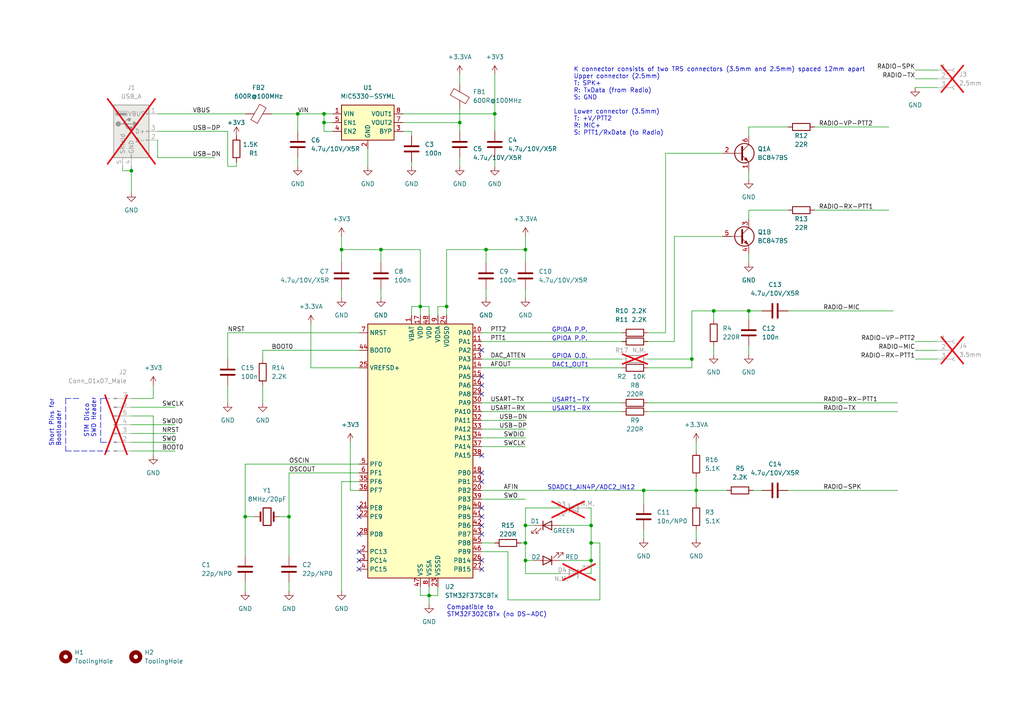
<source format=kicad_sch>
(kicad_sch (version 20231120) (generator "eeschema") (generator_version "8.0")
  (paper "A4")
  (title_block (title "All-In-One-Cable (AIOC)") (date "2024-07-07") (rev "1.1") (company "VU3BMT"))
  (lib_symbols
    (symbol "Connector:Conn_01x03_Socket" (pin_names (offset 1.016) hide)
      (property "Reference" "J" (at 0 5.08 0))
      (property "Value" "Conn_01x03_Socket" (at 0 -5.08 0))
      (symbol "Conn_01x03_Socket_1_1"
        (arc (start 0 -2.032) (mid -0.5058 -2.54) (end 0 -3.048) (stroke (width 0.1524)))
        (polyline (pts (xy -1.27 -2.54) (xy -0.508 -2.54)) (stroke (width 0.1524)))
        (polyline (pts (xy -1.27 0) (xy -0.508 0)) (stroke (width 0.1524)))
        (polyline (pts (xy -1.27 2.54) (xy -0.508 2.54)) (stroke (width 0.1524)))
        (arc (start 0 0.508) (mid -0.5058 0) (end 0 -0.508) (stroke (width 0.1524)))
        (arc (start 0 3.048) (mid -0.5058 2.54) (end 0 2.032) (stroke (width 0.1524)))
        (pin passive line (at -5.08 2.54 0) (length 3.81) (name "Pin_1") (number "1"))
        (pin passive line (at -5.08 0 0) (length 3.81) (name "Pin_2") (number "2"))
        (pin passive line (at -5.08 -2.54 0) (length 3.81) (name "Pin_3") (number "3"))
      )
    )
    (symbol "Connector:Conn_01x07_Male" (pin_names (offset 1.016) hide)
      (property "Reference" "J" (at 0 10.16 0))
      (property "Value" "Conn_01x07_Male" (at 0 -10.16 0))
      (symbol "Conn_01x07_Male_1_1"
        (polyline (pts (xy 1.27 -7.62) (xy 0.8636 -7.62)) (stroke (width 0.1524)))
        (polyline (pts (xy 1.27 -5.08) (xy 0.8636 -5.08)) (stroke (width 0.1524)))
        (polyline (pts (xy 1.27 -2.54) (xy 0.8636 -2.54)) (stroke (width 0.1524)))
        (polyline (pts (xy 1.27 0) (xy 0.8636 0)) (stroke (width 0.1524)))
        (polyline (pts (xy 1.27 2.54) (xy 0.8636 2.54)) (stroke (width 0.1524)))
        (polyline (pts (xy 1.27 5.08) (xy 0.8636 5.08)) (stroke (width 0.1524)))
        (polyline (pts (xy 1.27 7.62) (xy 0.8636 7.62)) (stroke (width 0.1524)))
        (rectangle (start 0.8636 -7.493) (end 0 -7.747) (stroke (width 0.1524)) (fill (type outline)))
        (rectangle (start 0.8636 -4.953) (end 0 -5.207) (stroke (width 0.1524)) (fill (type outline)))
        (rectangle (start 0.8636 -2.413) (end 0 -2.667) (stroke (width 0.1524)) (fill (type outline)))
        (rectangle (start 0.8636 0.127) (end 0 -0.127) (stroke (width 0.1524)) (fill (type outline)))
        (rectangle (start 0.8636 2.667) (end 0 2.413) (stroke (width 0.1524)) (fill (type outline)))
        (rectangle (start 0.8636 5.207) (end 0 4.953) (stroke (width 0.1524)) (fill (type outline)))
        (rectangle (start 0.8636 7.747) (end 0 7.493) (stroke (width 0.1524)) (fill (type outline)))
        (pin passive line (at 5.08 7.62 180) (length 3.81) (name "Pin_1") (number "1"))
        (pin passive line (at 5.08 5.08 180) (length 3.81) (name "Pin_2") (number "2"))
        (pin passive line (at 5.08 2.54 180) (length 3.81) (name "Pin_3") (number "3"))
        (pin passive line (at 5.08 0 180) (length 3.81) (name "Pin_4") (number "4"))
        (pin passive line (at 5.08 -2.54 180) (length 3.81) (name "Pin_5") (number "5"))
        (pin passive line (at 5.08 -5.08 180) (length 3.81) (name "Pin_6") (number "6"))
        (pin passive line (at 5.08 -7.62 180) (length 3.81) (name "Pin_7") (number "7"))
      )
    )
    (symbol "Connector:USB_A" (pin_names (offset 1.016))
      (property "Reference" "J" (at -5.08 11.43 0))
      (property "Value" "USB_A" (at -5.08 8.89 0))
      (symbol "USB_A_0_1"
        (rectangle (start -5.08 -7.62) (end 5.08 7.62) (stroke (width 0.254)) (fill (type background)))
        (circle (center -3.81 2.159) (radius 0.635) (stroke (width 0.254)) (fill (type outline)))
        (rectangle (start -1.524 4.826) (end -4.318 5.334) (fill (type outline)))
        (rectangle (start -1.27 4.572) (end -4.572 5.842))
        (circle (center -0.635 3.429) (radius 0.381) (stroke (width 0.254)) (fill (type outline)))
        (rectangle (start -0.127 -7.62) (end 0.127 -6.858))
        (polyline (pts (xy -3.175 2.159) (xy -2.54 2.159) (xy -1.27 3.429) (xy -0.635 3.429)) (stroke (width 0.254)))
        (polyline (pts (xy -2.54 2.159) (xy -1.905 2.159) (xy -1.27 0.889) (xy 0 0.889)) (stroke (width 0.254)))
        (polyline (pts (xy 0.635 2.794) (xy 0.635 1.524) (xy 1.905 2.159) (xy 0.635 2.794)) (stroke (width 0.254)) (fill (type outline)))
        (rectangle (start 0.254 1.27) (end -0.508 0.508) (stroke (width 0.254)) (fill (type outline)))
        (rectangle (start 5.08 -2.667) (end 4.318 -2.413))
        (rectangle (start 5.08 -0.127) (end 4.318 0.127))
        (rectangle (start 5.08 4.953) (end 4.318 5.207))
      )
      (symbol "USB_A_1_1"
        (polyline (pts (xy -1.905 2.159) (xy 0.635 2.159)) (stroke (width 0.254)))
        (pin power_in line (at 7.62 5.08 180) (length 2.54) (name "VBUS") (number "1"))
        (pin bidirectional line (at 7.62 -2.54 180) (length 2.54) (name "D-") (number "2"))
        (pin bidirectional line (at 7.62 0 180) (length 2.54) (name "D+") (number "3"))
        (pin power_in line (at 0 -10.16 90) (length 2.54) (name "GND") (number "4"))
        (pin passive line (at -2.54 -10.16 90) (length 2.54) (name "Shield") (number "5"))
      )
    )
    (symbol "Device:C" (pin_numbers hide) (pin_names (offset 0.254))
      (property "Reference" "C" (at 0.635 2.54 0))
      (property "Value" "C" (at 0.635 -2.54 0))
      (symbol "C_0_1"
        (polyline (pts (xy -2.032 -0.762) (xy 2.032 -0.762)) (stroke (width 0.508)))
        (polyline (pts (xy -2.032 0.762) (xy 2.032 0.762)) (stroke (width 0.508)))
      )
      (symbol "C_1_1"
        (pin passive line (at 0 3.81 270) (length 2.794) (name "~") (number "1"))
        (pin passive line (at 0 -3.81 90) (length 2.794) (name "~") (number "2"))
      )
    )
    (symbol "Device:Crystal" (pin_numbers hide) (pin_names (offset 1.016) hide)
      (property "Reference" "Y" (at 0 3.81 0))
      (property "Value" "Crystal" (at 0 -3.81 0))
      (symbol "Crystal_0_1"
        (rectangle (start -1.143 2.54) (end 1.143 -2.54) (stroke (width 0.3048)))
        (polyline (pts (xy -2.54 0) (xy -1.905 0)))
        (polyline (pts (xy -1.905 -1.27) (xy -1.905 1.27)) (stroke (width 0.508)))
        (polyline (pts (xy 1.905 -1.27) (xy 1.905 1.27)) (stroke (width 0.508)))
        (polyline (pts (xy 2.54 0) (xy 1.905 0)))
      )
      (symbol "Crystal_1_1"
        (pin passive line (at -3.81 0 0) (length 1.27) (name "1") (number "1"))
        (pin passive line (at 3.81 0 180) (length 1.27) (name "2") (number "2"))
      )
    )
    (symbol "Device:FerriteBead" (pin_numbers hide) (pin_names (offset 0))
      (property "Reference" "FB" (at -3.81 0.635 90))
      (property "Value" "FerriteBead" (at 3.81 0 90))
      (symbol "FerriteBead_0_1"
        (polyline (pts (xy 0 -1.27) (xy 0 -1.2192)))
        (polyline (pts (xy 0 1.27) (xy 0 1.2954)))
        (polyline (pts (xy -2.7686 0.4064) (xy -1.7018 2.2606) (xy 2.7686 -0.3048) (xy 1.6764 -2.159) (xy -2.7686 0.4064)))
      )
      (symbol "FerriteBead_1_1"
        (pin passive line (at 0 3.81 270) (length 2.54) (name "~") (number "1"))
        (pin passive line (at 0 -3.81 90) (length 2.54) (name "~") (number "2"))
      )
    )
    (symbol "Device:LED" (pin_numbers hide) (pin_names (offset 1.016) hide)
      (property "Reference" "D" (at 0 2.54 0))
      (property "Value" "LED" (at 0 -2.54 0))
      (symbol "LED_0_1"
        (polyline (pts (xy -1.27 -1.27) (xy -1.27 1.27)) (stroke (width 0.254)))
        (polyline (pts (xy -1.27 0) (xy 1.27 0)))
        (polyline (pts (xy 1.27 -1.27) (xy 1.27 1.27) (xy -1.27 0) (xy 1.27 -1.27)) (stroke (width 0.254)))
        (polyline (pts (xy -3.048 -0.762) (xy -4.572 -2.286) (xy -3.81 -2.286) (xy -4.572 -2.286) (xy -4.572 -1.524)))
        (polyline (pts (xy -1.778 -0.762) (xy -3.302 -2.286) (xy -2.54 -2.286) (xy -3.302 -2.286) (xy -3.302 -1.524)))
      )
      (symbol "LED_1_1"
        (pin passive line (at -3.81 0 0) (length 2.54) (name "K") (number "1"))
        (pin passive line (at 3.81 0 180) (length 2.54) (name "A") (number "2"))
      )
    )
    (symbol "Device:Q_Dual_NPN_NPN_E1B1C2E2B2C1" (pin_names (offset 0) hide)
      (property "Reference" "Q" (at 5.08 1.27 0))
      (property "Value" "Q_Dual_NPN_NPN_E1B1C2E2B2C1" (at 5.08 -1.27 0))
      (symbol "Q_Dual_NPN_NPN_E1B1C2E2B2C1_0_1"
        (polyline (pts (xy 0.635 0) (xy -2.54 0)))
        (polyline (pts (xy 0.635 0.635) (xy 2.54 2.54)))
        (polyline (pts (xy 0.635 -0.635) (xy 2.54 -2.54) (xy 2.54 -2.54)))
        (polyline (pts (xy 0.635 1.905) (xy 0.635 -1.905) (xy 0.635 -1.905)) (stroke (width 0.508)))
        (polyline (pts (xy 1.27 -1.778) (xy 1.778 -1.27) (xy 2.286 -2.286) (xy 1.27 -1.778) (xy 1.27 -1.778)) (fill (type outline)))
        (circle (center 1.27 0) (radius 2.8194) (stroke (width 0.254)))
      )
      (symbol "Q_Dual_NPN_NPN_E1B1C2E2B2C1_1_1"
        (pin passive line (at 2.54 -5.08 90) (length 2.54) (name "E1") (number "1"))
        (pin input line (at -5.08 0 0) (length 2.54) (name "B1") (number "2"))
        (pin passive line (at 2.54 5.08 270) (length 2.54) (name "C1") (number "6"))
      )
      (symbol "Q_Dual_NPN_NPN_E1B1C2E2B2C1_2_1"
        (pin passive line (at 2.54 5.08 270) (length 2.54) (name "C2") (number "3"))
        (pin passive line (at 2.54 -5.08 90) (length 2.54) (name "E2") (number "4"))
        (pin input line (at -5.08 0 0) (length 2.54) (name "B2") (number "5"))
      )
    )
    (symbol "Device:R" (pin_numbers hide) (pin_names (offset 0))
      (property "Reference" "R" (at 2.032 0 90))
      (property "Value" "R" (at 0 0 90))
      (symbol "R_0_1"
        (rectangle (start -1.016 -2.54) (end 1.016 2.54) (stroke (width 0.254)))
      )
      (symbol "R_1_1"
        (pin passive line (at 0 3.81 270) (length 1.27) (name "~") (number "1"))
        (pin passive line (at 0 -3.81 90) (length 1.27) (name "~") (number "2"))
      )
    )
    (symbol "MCU_ST_STM32F3:STM32F373CBTx"
      (property "Reference" "U" (at -15.24 36.83 0))
      (property "Value" "STM32F373CBTx" (at 10.16 36.83 0))
      (symbol "STM32F373CBTx_0_1"
        (rectangle (start -15.24 -38.1) (end 15.24 35.56) (stroke (width 0.254)) (fill (type background)))
      )
      (symbol "STM32F373CBTx_1_1"
        (pin power_in line (at -2.54 38.1 270) (length 2.54) (name "VBAT") (number "1"))
        (pin bidirectional line (at 17.78 33.02 180) (length 2.54) (name "PA0") (number "10"))
        (pin bidirectional line (at 17.78 30.48 180) (length 2.54) (name "PA1") (number "11"))
        (pin bidirectional line (at 17.78 27.94 180) (length 2.54) (name "PA2") (number "12"))
        (pin bidirectional line (at 17.78 25.4 180) (length 2.54) (name "PA3") (number "13"))
        (pin bidirectional line (at 17.78 22.86 180) (length 2.54) (name "PA4") (number "14"))
        (pin bidirectional line (at 17.78 20.32 180) (length 2.54) (name "PA5") (number "15"))
        (pin bidirectional line (at 17.78 17.78 180) (length 2.54) (name "PA6") (number "16"))
        (pin power_in line (at 0 38.1 270) (length 2.54) (name "VDD") (number "17"))
        (pin bidirectional line (at 17.78 -7.62 180) (length 2.54) (name "PB0") (number "18"))
        (pin bidirectional line (at 17.78 -10.16 180) (length 2.54) (name "PB1") (number "19"))
        (pin bidirectional line (at -17.78 -30.48 0) (length 2.54) (name "PC13") (number "2"))
        (pin bidirectional line (at 17.78 -12.7 180) (length 2.54) (name "PB2") (number "20"))
        (pin bidirectional line (at -17.78 -17.78 0) (length 2.54) (name "PE8") (number "21"))
        (pin bidirectional line (at -17.78 -20.32 0) (length 2.54) (name "PE9") (number "22"))
        (pin power_in line (at 5.08 -40.64 90) (length 2.54) (name "VSSSD") (number "23"))
        (pin power_in line (at 7.62 38.1 270) (length 2.54) (name "VDDSD") (number "24"))
        (pin power_in line (at -17.78 22.86 0) (length 2.54) (name "VREFSD+") (number "25"))
        (pin bidirectional line (at 17.78 -33.02 180) (length 2.54) (name "PB14") (number "26"))
        (pin bidirectional line (at 17.78 -35.56 180) (length 2.54) (name "PB15") (number "27"))
        (pin bidirectional line (at -17.78 -25.4 0) (length 2.54) (name "PD8") (number "28"))
        (pin bidirectional line (at 17.78 15.24 180) (length 2.54) (name "PA8") (number "29"))
        (pin bidirectional line (at -17.78 -33.02 0) (length 2.54) (name "PC14") (number "3"))
        (pin bidirectional line (at 17.78 12.7 180) (length 2.54) (name "PA9") (number "30"))
        (pin bidirectional line (at 17.78 10.16 180) (length 2.54) (name "PA10") (number "31"))
        (pin bidirectional line (at 17.78 7.62 180) (length 2.54) (name "PA11") (number "32"))
        (pin bidirectional line (at 17.78 5.08 180) (length 2.54) (name "PA12") (number "33"))
        (pin bidirectional line (at 17.78 2.54 180) (length 2.54) (name "PA13") (number "34"))
        (pin bidirectional line (at -17.78 -10.16 0) (length 2.54) (name "PF6") (number "35"))
        (pin bidirectional line (at -17.78 -12.7 0) (length 2.54) (name "PF7") (number "36"))
        (pin bidirectional line (at 17.78 0 180) (length 2.54) (name "PA14") (number "37"))
        (pin bidirectional line (at 17.78 -2.54 180) (length 2.54) (name "PA15") (number "38"))
        (pin bidirectional line (at 17.78 -15.24 180) (length 2.54) (name "PB3") (number "39"))
        (pin bidirectional line (at -17.78 -35.56 0) (length 2.54) (name "PC15") (number "4"))
        (pin bidirectional line (at 17.78 -17.78 180) (length 2.54) (name "PB4") (number "40"))
        (pin bidirectional line (at 17.78 -20.32 180) (length 2.54) (name "PB5") (number "41"))
        (pin bidirectional line (at 17.78 -22.86 180) (length 2.54) (name "PB6") (number "42"))
        (pin bidirectional line (at 17.78 -25.4 180) (length 2.54) (name "PB7") (number "43"))
        (pin input line (at -17.78 27.94 0) (length 2.54) (name "BOOT0") (number "44"))
        (pin bidirectional line (at 17.78 -27.94 180) (length 2.54) (name "PB8") (number "45"))
        (pin bidirectional line (at 17.78 -30.48 180) (length 2.54) (name "PB9") (number "46"))
        (pin power_in line (at 0 -40.64 90) (length 2.54) (name "VSS") (number "47"))
        (pin power_in line (at 2.54 38.1 270) (length 2.54) (name "VDD") (number "48"))
        (pin input line (at -17.78 -5.08 0) (length 2.54) (name "PF0") (number "5"))
        (pin input line (at -17.78 -7.62 0) (length 2.54) (name "PF1") (number "6"))
        (pin input line (at -17.78 33.02 0) (length 2.54) (name "NRST") (number "7"))
        (pin power_in line (at 2.54 -40.64 90) (length 2.54) (name "VSSA") (number "8"))
        (pin power_in line (at 5.08 38.1 270) (length 2.54) (name "VDDA") (number "9"))
      )
    )
    (symbol "Mechanical:MountingHole" (pin_names (offset 1.016))
      (property "Reference" "H" (at 0 5.08 0))
      (property "Value" "MountingHole" (at 0 3.175 0))
      (symbol "MountingHole_0_1"
        (circle (center 0 0) (radius 1.27) (stroke (width 1.27)))
      )
    )
    (symbol "aioc:MIC5330-SSYML"
      (property "Reference" "U" (at 0 8.89 0))
      (property "Value" "MIC5330-SSYML" (at 0 6.35 0))
      (symbol "MIC5330-SSYML_0_1"
        (rectangle (start -7.62 5.08) (end 7.62 -5.08) (stroke (width 0.254)) (fill (type background)))
      )
      (symbol "MIC5330-SSYML_1_1"
        (pin power_in line (at -10.16 2.54 0) (length 2.54) (name "VIN") (number "1"))
        (pin power_in line (at 0 -7.62 90) (length 2.54) (name "GND") (number "2"))
        (pin passive line (at 10.16 -2.54 180) (length 2.54) (name "BYP") (number "3"))
        (pin input line (at -10.16 -2.54 0) (length 2.54) (name "EN2") (number "4"))
        (pin input line (at -10.16 0 0) (length 2.54) (name "EN1") (number "5"))
        (pin power_out line (at 10.16 0 180) (length 2.54) (name "VOUT2") (number "7"))
        (pin power_out line (at 10.16 2.54 180) (length 2.54) (name "VOUT1") (number "8"))
        (pin passive line (at 0 -7.62 90) (length 2.54) hide (name "GND") (number "9"))
      )
    )
    (symbol "power:+3.3VA" (power) (pin_names (offset 0))
      (property "Value" "+3.3VA" (at 0 3.556 0))
      (symbol "+3.3VA_0_1"
        (polyline (pts (xy -0.762 1.27) (xy 0 2.54)))
        (polyline (pts (xy 0 0) (xy 0 2.54)))
        (polyline (pts (xy 0 2.54) (xy 0.762 1.27)))
      )
      (symbol "+3.3VA_1_1"
        (pin power_in line (at 0 0 90) (length 0) hide (name "+3.3VA") (number "1"))
      )
    )
    (symbol "power:+3V3" (power) (pin_names (offset 0))
      (property "Value" "+3V3" (at 0 3.556 0))
      (symbol "+3V3_0_1"
        (polyline (pts (xy -0.762 1.27) (xy 0 2.54)))
        (polyline (pts (xy 0 0) (xy 0 2.54)))
        (polyline (pts (xy 0 2.54) (xy 0.762 1.27)))
      )
      (symbol "+3V3_1_1"
        (pin power_in line (at 0 0 90) (length 0) hide (name "+3V3") (number "1"))
      )
    )
    (symbol "power:GND" (power) (pin_names (offset 0))
      (property "Value" "GND" (at 0 -3.81 0))
      (symbol "GND_0_1"
        (polyline (pts (xy 0 0) (xy 0 -1.27) (xy 1.27 -1.27) (xy 0 -2.54) (xy -1.27 -1.27) (xy 0 -1.27)))
      )
      (symbol "GND_1_1"
        (pin power_in line (at 0 0 270) (length 0) hide (name "GND") (number "1"))
      )
    )
  )
  (junction (at 152.4 152.4))
  (junction (at 171.45 162.56))
  (junction (at 38.1 49.53))
  (junction (at 93.98 33.02))
  (junction (at 140.97 72.39))
  (junction (at 86.36 33.02))
  (junction (at 201.93 142.24))
  (junction (at 152.4 162.56))
  (junction (at 171.45 152.4))
  (junction (at 171.45 157.48))
  (junction (at 129.54 88.9))
  (junction (at 121.92 88.9))
  (junction (at 133.35 35.56))
  (junction (at 152.4 72.39))
  (junction (at 207.01 90.17))
  (junction (at 217.17 90.17))
  (junction (at 99.06 72.39))
  (junction (at 110.49 72.39))
  (junction (at 71.12 149.86))
  (junction (at 124.46 172.72))
  (junction (at 152.4 157.48))
  (junction (at 186.69 142.24))
  (junction (at 83.82 149.86))
  (junction (at 200.66 104.14))
  (junction (at 143.51 33.02))
  (junction (at 93.98 35.56))
  (no_connect (at 104.14 165.1))
  (no_connect (at 139.7 154.94))
  (no_connect (at 104.14 160.02))
  (no_connect (at 139.7 147.32))
  (no_connect (at 104.14 149.86))
  (no_connect (at 104.14 147.32))
  (no_connect (at 139.7 137.16))
  (no_connect (at 139.7 139.7))
  (no_connect (at 139.7 111.76))
  (no_connect (at 139.7 132.08))
  (no_connect (at 104.14 154.94))
  (no_connect (at 139.7 165.1))
  (no_connect (at 139.7 109.22))
  (no_connect (at 139.7 101.6))
  (no_connect (at 139.7 149.86))
  (no_connect (at 139.7 152.4))
  (no_connect (at 139.7 114.3))
  (no_connect (at 104.14 162.56))
  (no_connect (at 139.7 162.56))
  (wire (pts (xy 187.96 119.38) (xy 260.35 119.38)))
  (wire (pts (xy 143.51 21.59) (xy 143.51 33.02)))
  (wire (pts (xy 186.69 153.67) (xy 186.69 156.21)))
  (wire (pts (xy 200.66 106.68) (xy 200.66 104.14)))
  (wire (pts (xy 121.92 72.39) (xy 110.49 72.39)))
  (wire (pts (xy 124.46 172.72) (xy 124.46 175.26)))
  (wire (pts (xy 121.92 91.44) (xy 121.92 88.9)))
  (wire (pts (xy 124.46 88.9) (xy 124.46 91.44)))
  (wire (pts (xy 139.7 129.54) (xy 152.4 129.54)))
  (wire (pts (xy 228.6 90.17) (xy 259.08 90.17)))
  (wire (pts (xy 195.58 99.06) (xy 195.58 68.58)))
  (wire (pts (xy 83.82 137.16) (xy 83.82 149.86)))
  (wire (pts (xy 171.45 147.32) (xy 170.18 147.32)))
  (wire (pts (xy 66.04 96.52) (xy 66.04 104.14)))
  (wire (pts (xy 86.36 33.02) (xy 93.98 33.02)))
  (wire (pts (xy 99.06 68.58) (xy 99.06 72.39)))
  (wire (pts (xy 140.97 72.39) (xy 140.97 76.2)))
  (wire (pts (xy 147.32 173.99) (xy 147.32 160.02)))
  (polyline (pts (xy 22.86 115.57) (xy 19.05 115.57)) (stroke (width 0) (type dash)))
  (wire (pts (xy 265.43 99.06) (xy 271.78 99.06)))
  (wire (pts (xy 265.43 20.32) (xy 271.78 20.32)))
  (wire (pts (xy 170.18 166.37) (xy 171.45 166.37)))
  (wire (pts (xy 236.22 36.83) (xy 257.81 36.83)))
  (wire (pts (xy 133.35 35.56) (xy 133.35 38.1)))
  (wire (pts (xy 162.56 166.37) (xy 152.4 166.37)))
  (wire (pts (xy 127 88.9) (xy 127 91.44)))
  (wire (pts (xy 96.52 35.56) (xy 93.98 35.56)))
  (wire (pts (xy 35.56 49.53) (xy 38.1 49.53)))
  (wire (pts (xy 45.72 33.02) (xy 71.12 33.02)))
  (wire (pts (xy 66.04 111.76) (xy 66.04 116.84)))
  (wire (pts (xy 152.4 72.39) (xy 152.4 76.2)))
  (wire (pts (xy 162.56 147.32) (xy 152.4 147.32)))
  (wire (pts (xy 104.14 96.52) (xy 66.04 96.52)))
  (wire (pts (xy 201.93 146.05) (xy 201.93 142.24)))
  (polyline (pts (xy 29.21 115.57) (xy 29.21 128.27)) (stroke (width 0) (type dash)))
  (wire (pts (xy 187.96 106.68) (xy 200.66 106.68)))
  (wire (pts (xy 171.45 152.4) (xy 171.45 157.48)))
  (wire (pts (xy 38.1 115.57) (xy 44.45 115.57)))
  (wire (pts (xy 265.43 25.4) (xy 271.78 25.4)))
  (wire (pts (xy 265.43 101.6) (xy 271.78 101.6)))
  (wire (pts (xy 93.98 33.02) (xy 96.52 33.02)))
  (polyline (pts (xy 19.05 130.81) (xy 31.75 130.81)) (stroke (width 0) (type dash)))
  (wire (pts (xy 35.56 48.26) (xy 35.56 49.53)))
  (wire (pts (xy 152.4 162.56) (xy 154.94 162.56)))
  (wire (pts (xy 93.98 38.1) (xy 93.98 35.56)))
  (wire (pts (xy 44.45 115.57) (xy 44.45 111.76)))
  (wire (pts (xy 38.1 128.27) (xy 50.8 128.27)))
  (wire (pts (xy 217.17 73.66) (xy 217.17 76.2)))
  (wire (pts (xy 152.4 83.82) (xy 152.4 86.36)))
  (wire (pts (xy 71.12 149.86) (xy 73.66 149.86)))
  (wire (pts (xy 193.04 44.45) (xy 209.55 44.45)))
  (wire (pts (xy 121.92 170.18) (xy 121.92 172.72)))
  (wire (pts (xy 99.06 139.7) (xy 99.06 171.45)))
  (wire (pts (xy 217.17 100.33) (xy 217.17 102.87)))
  (wire (pts (xy 265.43 104.14) (xy 271.78 104.14)))
  (wire (pts (xy 129.54 72.39) (xy 129.54 88.9)))
  (wire (pts (xy 71.12 149.86) (xy 71.12 161.29)))
  (wire (pts (xy 119.38 38.1) (xy 119.38 39.37)))
  (wire (pts (xy 116.84 38.1) (xy 119.38 38.1)))
  (wire (pts (xy 86.36 33.02) (xy 86.36 38.1)))
  (wire (pts (xy 217.17 39.37) (xy 217.17 36.83)))
  (wire (pts (xy 151.13 157.48) (xy 152.4 157.48)))
  (wire (pts (xy 110.49 72.39) (xy 110.49 76.2)))
  (wire (pts (xy 133.35 45.72) (xy 133.35 48.26)))
  (wire (pts (xy 152.4 157.48) (xy 152.4 162.56)))
  (wire (pts (xy 139.7 127) (xy 152.4 127)))
  (wire (pts (xy 71.12 134.62) (xy 71.12 149.86)))
  (wire (pts (xy 217.17 90.17) (xy 220.98 90.17)))
  (wire (pts (xy 139.7 119.38) (xy 180.34 119.38)))
  (wire (pts (xy 171.45 166.37) (xy 171.45 162.56)))
  (wire (pts (xy 121.92 88.9) (xy 124.46 88.9)))
  (wire (pts (xy 193.04 44.45) (xy 193.04 96.52)))
  (wire (pts (xy 76.2 111.76) (xy 76.2 116.84)))
  (wire (pts (xy 171.45 157.48) (xy 171.45 162.56)))
  (wire (pts (xy 83.82 168.91) (xy 83.82 171.45)))
  (wire (pts (xy 44.45 120.65) (xy 44.45 132.08)))
  (wire (pts (xy 139.7 144.78) (xy 152.4 144.78)))
  (wire (pts (xy 236.22 60.96) (xy 257.81 60.96)))
  (wire (pts (xy 228.6 142.24) (xy 260.35 142.24)))
  (wire (pts (xy 99.06 83.82) (xy 99.06 86.36)))
  (wire (pts (xy 119.38 88.9) (xy 121.92 88.9)))
  (wire (pts (xy 195.58 68.58) (xy 209.55 68.58)))
  (wire (pts (xy 187.96 116.84) (xy 260.35 116.84)))
  (polyline (pts (xy 29.21 128.27) (xy 31.75 128.27)) (stroke (width 0) (type dash)))
  (wire (pts (xy 38.1 125.73) (xy 50.8 125.73)))
  (wire (pts (xy 152.4 166.37) (xy 152.4 162.56)))
  (wire (pts (xy 173.99 157.48) (xy 173.99 173.99)))
  (wire (pts (xy 119.38 91.44) (xy 119.38 88.9)))
  (wire (pts (xy 173.99 173.99) (xy 147.32 173.99)))
  (wire (pts (xy 76.2 101.6) (xy 76.2 104.14)))
  (wire (pts (xy 207.01 92.71) (xy 207.01 90.17)))
  (wire (pts (xy 38.1 118.11) (xy 50.8 118.11)))
  (wire (pts (xy 217.17 36.83) (xy 228.6 36.83)))
  (wire (pts (xy 143.51 45.72) (xy 143.51 48.26)))
  (wire (pts (xy 124.46 170.18) (xy 124.46 172.72)))
  (wire (pts (xy 139.7 99.06) (xy 180.34 99.06)))
  (wire (pts (xy 143.51 33.02) (xy 143.51 38.1)))
  (wire (pts (xy 45.72 38.1) (xy 66.04 38.1)))
  (wire (pts (xy 104.14 139.7) (xy 99.06 139.7)))
  (wire (pts (xy 217.17 90.17) (xy 217.17 92.71)))
  (wire (pts (xy 81.28 149.86) (xy 83.82 149.86)))
  (wire (pts (xy 66.04 48.26) (xy 68.58 48.26)))
  (wire (pts (xy 116.84 33.02) (xy 143.51 33.02)))
  (wire (pts (xy 171.45 152.4) (xy 171.45 147.32)))
  (wire (pts (xy 133.35 21.59) (xy 133.35 24.13)))
  (wire (pts (xy 200.66 90.17) (xy 207.01 90.17)))
  (wire (pts (xy 186.69 146.05) (xy 186.69 142.24)))
  (wire (pts (xy 207.01 100.33) (xy 207.01 102.87)))
  (wire (pts (xy 127 170.18) (xy 127 172.72)))
  (wire (pts (xy 139.7 116.84) (xy 180.34 116.84)))
  (wire (pts (xy 119.38 46.99) (xy 119.38 48.26)))
  (wire (pts (xy 217.17 60.96) (xy 228.6 60.96)))
  (wire (pts (xy 162.56 152.4) (xy 171.45 152.4)))
  (wire (pts (xy 101.6 128.27) (xy 101.6 142.24)))
  (wire (pts (xy 104.14 101.6) (xy 76.2 101.6)))
  (wire (pts (xy 201.93 128.27) (xy 201.93 130.81)))
  (wire (pts (xy 110.49 83.82) (xy 110.49 86.36)))
  (wire (pts (xy 129.54 72.39) (xy 140.97 72.39)))
  (wire (pts (xy 201.93 142.24) (xy 210.82 142.24)))
  (wire (pts (xy 217.17 49.53) (xy 217.17 52.07)))
  (wire (pts (xy 187.96 104.14) (xy 200.66 104.14)))
  (wire (pts (xy 200.66 104.14) (xy 200.66 90.17)))
  (wire (pts (xy 83.82 137.16) (xy 104.14 137.16)))
  (wire (pts (xy 201.93 138.43) (xy 201.93 142.24)))
  (wire (pts (xy 139.7 96.52) (xy 180.34 96.52)))
  (wire (pts (xy 218.44 142.24) (xy 220.98 142.24)))
  (wire (pts (xy 106.68 43.18) (xy 106.68 48.26)))
  (wire (pts (xy 83.82 149.86) (xy 83.82 161.29)))
  (wire (pts (xy 116.84 35.56) (xy 133.35 35.56)))
  (wire (pts (xy 171.45 157.48) (xy 173.99 157.48)))
  (wire (pts (xy 152.4 152.4) (xy 152.4 157.48)))
  (wire (pts (xy 201.93 153.67) (xy 201.93 156.21)))
  (wire (pts (xy 44.45 120.65) (xy 38.1 120.65)))
  (wire (pts (xy 104.14 142.24) (xy 101.6 142.24)))
  (wire (pts (xy 71.12 168.91) (xy 71.12 171.45)))
  (wire (pts (xy 90.17 106.68) (xy 104.14 106.68)))
  (wire (pts (xy 129.54 88.9) (xy 127 88.9)))
  (polyline (pts (xy 19.05 115.57) (xy 19.05 130.81)) (stroke (width 0) (type dash)))
  (wire (pts (xy 127 172.72) (xy 124.46 172.72)))
  (wire (pts (xy 96.52 38.1) (xy 93.98 38.1)))
  (polyline (pts (xy 29.21 115.57) (xy 31.75 115.57)) (stroke (width 0) (type dash)))
  (wire (pts (xy 68.58 48.26) (xy 68.58 46.99)))
  (wire (pts (xy 154.94 152.4) (xy 152.4 152.4)))
  (wire (pts (xy 121.92 72.39) (xy 121.92 88.9)))
  (wire (pts (xy 139.7 104.14) (xy 180.34 104.14)))
  (wire (pts (xy 139.7 121.92) (xy 152.4 121.92)))
  (wire (pts (xy 139.7 157.48) (xy 143.51 157.48)))
  (wire (pts (xy 140.97 83.82) (xy 140.97 86.36)))
  (wire (pts (xy 162.56 162.56) (xy 171.45 162.56)))
  (wire (pts (xy 147.32 160.02) (xy 139.7 160.02)))
  (wire (pts (xy 139.7 106.68) (xy 180.34 106.68)))
  (wire (pts (xy 129.54 91.44) (xy 129.54 88.9)))
  (wire (pts (xy 38.1 49.53) (xy 38.1 55.88)))
  (wire (pts (xy 124.46 172.72) (xy 121.92 172.72)))
  (wire (pts (xy 86.36 45.72) (xy 86.36 48.26)))
  (wire (pts (xy 140.97 72.39) (xy 152.4 72.39)))
  (wire (pts (xy 45.72 45.72) (xy 45.72 40.64)))
  (wire (pts (xy 99.06 72.39) (xy 99.06 76.2)))
  (wire (pts (xy 217.17 63.5) (xy 217.17 60.96)))
  (wire (pts (xy 265.43 22.86) (xy 271.78 22.86)))
  (wire (pts (xy 110.49 72.39) (xy 99.06 72.39)))
  (wire (pts (xy 38.1 48.26) (xy 38.1 49.53)))
  (wire (pts (xy 71.12 134.62) (xy 104.14 134.62)))
  (wire (pts (xy 186.69 142.24) (xy 201.93 142.24)))
  (wire (pts (xy 139.7 142.24) (xy 186.69 142.24)))
  (wire (pts (xy 38.1 130.81) (xy 50.8 130.81)))
  (wire (pts (xy 152.4 147.32) (xy 152.4 152.4)))
  (wire (pts (xy 45.72 45.72) (xy 62.23 45.72)))
  (wire (pts (xy 133.35 31.75) (xy 133.35 35.56)))
  (wire (pts (xy 139.7 124.46) (xy 152.4 124.46)))
  (wire (pts (xy 66.04 38.1) (xy 66.04 48.26)))
  (wire (pts (xy 207.01 90.17) (xy 217.17 90.17)))
  (wire (pts (xy 93.98 33.02) (xy 93.98 35.56)))
  (wire (pts (xy 187.96 96.52) (xy 193.04 96.52)))
  (wire (pts (xy 78.74 33.02) (xy 86.36 33.02)))
  (wire (pts (xy 187.96 99.06) (xy 195.58 99.06)))
  (wire (pts (xy 152.4 68.58) (xy 152.4 72.39)))
  (wire (pts (xy 38.1 123.19) (xy 50.8 123.19)))
  (wire (pts (xy 90.17 93.98) (xy 90.17 106.68)))
  (text "STM Disco\nSWD Header" (at 27.94 127 90) (effects (font (size 1.27 1.27)) (justify left bottom)))
  (text "Short Pins for\nBootloader" (at 17.78 129.54 90) (effects (font (size 1.27 1.27)) (justify left bottom)))
  (text "SDADC1_AIN4P/ADC2_IN12" (at 158.75 142.24 0) (effects (font (size 1.27 1.27)) (justify left bottom)))
  (text "USART1-TX" (at 160.02 116.84 0) (effects (font (size 1.27 1.27)) (justify left bottom)))
  (text "K connector consists of two TRS connectors (3.5mm and 2.5mm) spaced 12mm apart\nUpper connector (2.5mm)\nT: SPK+\nR: TxData (from Radio)\nS: GND\n\nLower connector (3.5mm)\nT: +V/PTT2\nR: MIC+\nS: PTT1/RxData (to Radio)\n" (at 166.37 39.37 0) (effects (font (size 1.27 1.27)) (justify left bottom)))
  (text "GPIOA P.P." (at 160.02 99.06 0) (effects (font (size 1.27 1.27)) (justify left bottom)))
  (text "DAC1_OUT1" (at 160.02 106.68 0) (effects (font (size 1.27 1.27)) (justify left bottom)))
  (text "GPIOA O.D." (at 160.02 104.14 0) (effects (font (size 1.27 1.27)) (justify left bottom)))
  (text "Compatible to \nSTM32F302CBTx (no DS-ADC)" (at 129.54 179.07 0) (effects (font (size 1.27 1.27)) (justify left bottom)))
  (text "USART1-RX" (at 160.02 119.38 0) (effects (font (size 1.27 1.27)) (justify left bottom)))
  (text "GPIOA P.P." (at 160.02 96.52 0) (effects (font (size 1.27 1.27)) (justify left bottom)))
  (label "OSCIN" (at 83.82 134.62 0))
  (label "RADIO-RX-PTT1" (at 265.43 104.14 180))
  (label "RADIO-VP-PTT2" (at 237.49 36.83 0))
  (label "AFIN" (at 146.05 142.24 0))
  (label "VBUS" (at 55.88 33.02 0))
  (label "NRST" (at 66.04 96.52 0))
  (label "PTT2" (at 142.24 96.52 0))
  (label "SWO" (at 46.99 128.27 0))
  (label "SWO" (at 146.05 144.78 0))
  (label "RADIO-SPK" (at 265.43 20.32 180))
  (label "SWDIO" (at 146.05 127 0))
  (label "USB-DN" (at 55.88 45.72 0))
  (label "OSCOUT" (at 83.82 137.16 0))
  (label "USB-DP" (at 55.88 38.1 0))
  (label "BOOT0" (at 78.74 101.6 0))
  (label "USART-RX" (at 142.24 119.38 0))
  (label "SWDIO" (at 46.99 123.19 0))
  (label "USB-DP" (at 144.78 124.46 0))
  (label "VIN" (at 86.36 33.02 0))
  (label "PTT1" (at 142.24 99.06 0))
  (label "AFOUT" (at 142.24 106.68 0))
  (label "RADIO-VP-PTT2" (at 265.43 99.06 180))
  (label "SWCLK" (at 46.99 118.11 0))
  (label "RADIO-RX-PTT1" (at 238.76 116.84 0))
  (label "RADIO-MIC" (at 238.76 90.17 0))
  (label "RADIO-RX-PTT1" (at 237.49 60.96 0))
  (label "USART-TX" (at 142.24 116.84 0))
  (label "SWCLK" (at 146.05 129.54 0))
  (label "BOOT0" (at 46.99 130.81 0))
  (label "NRST" (at 46.99 125.73 0))
  (label "RADIO-TX" (at 265.43 22.86 180))
  (label "RADIO-SPK" (at 238.76 142.24 0))
  (label "DAC_ATTEN" (at 142.24 104.14 0))
  (label "USB-DN" (at 144.78 121.92 0))
  (label "RADIO-MIC" (at 265.43 101.6 180))
  (label "RADIO-TX" (at 238.76 119.38 0))
  (symbol (lib_id "Connector:Conn_01x03_Socket") (at 276.86 22.86 0) (unit 1) (in_bom no) (dnp yes)
    (property "Reference" "J3" (at 278.13 21.5899 0) (effects (justify left)))
    (property "Value" "2.5mm" (at 278.13 24.1299 0) (effects (justify left)))
    (property "Footprint" "Connector_PinHeader_1.27mm:PinHeader_1x03_P1.27mm_Vertical" (effects (hide yes)))
    (property "Description" "Generic connector, single row, 01x03, script generated" (effects (hide yes)))
  )
  (symbol (lib_id "Device:R") (at 184.15 116.84 270) (unit 1)
    (property "Reference" "R8" (at 184.15 111.76 90))
    (property "Value" "220R" (at 184.15 114.3 90))
    (property "Footprint" "Resistor_SMD:R_0603_1608Metric" (effects (hide yes)))
    (property "LCSC" "C22962" (effects (hide yes)))
  )
  (symbol (lib_id "power:+3V3") (at 68.58 39.37 0) (unit 1)
    (property "Reference" "#PWR05" (effects (hide yes)))
    (property "Value" "+3V3" (at 71.12 35.56 0) (effects (justify right)))
  )
  (symbol (lib_id "Mechanical:MountingHole") (at 19.05 190.5 0) (unit 1) (in_bom no)
    (property "Reference" "H1" (at 21.59 189.2299 0) (effects (justify left)))
    (property "Value" "ToolingHole" (at 21.59 191.7699 0) (effects (justify left)))
    (property "Footprint" "AIOC:TOOLING-HOLE" (effects (hide yes)))
  )
  (symbol (lib_id "power:GND") (at 99.06 86.36 0) (mirror y) (unit 1)
    (property "Reference" "#PWR012" (effects (hide yes)))
    (property "Value" "GND" (at 99.06 91.44 0))
  )
  (symbol (lib_id "power:+3.3VA") (at 133.35 21.59 0) (unit 1)
    (property "Reference" "#PWR019" (effects (hide yes)))
    (property "Value" "+3.3VA" (at 133.35 16.51 0))
  )
  (symbol (lib_id "Device:R") (at 214.63 142.24 90) (unit 1)
    (property "Reference" "R5" (at 214.63 135.89 90))
    (property "Value" "2.2K" (at 214.63 138.43 90))
    (property "Footprint" "Resistor_SMD:R_0603_1608Metric" (effects (hide yes)))
    (property "LCSC" "C4190" (effects (hide yes)))
  )
  (symbol (lib_id "power:+3V3") (at 143.51 21.59 0) (unit 1)
    (property "Reference" "#PWR022" (effects (hide yes)))
    (property "Value" "+3V3" (at 143.51 16.51 0))
  )
  (symbol (lib_id "Device:R") (at 184.15 104.14 270) (unit 1) (in_bom no) (dnp yes)
    (property "Reference" "R17" (at 180.34 101.6 90))
    (property "Value" "N.M." (at 185.42 101.6 90))
    (property "Footprint" "Resistor_SMD:R_0603_1608Metric" (effects (hide yes)))
  )
  (symbol (lib_id "Device:R") (at 147.32 157.48 270) (unit 1)
    (property "Reference" "R15" (at 147.32 152.4 90))
    (property "Value" "220R" (at 147.32 154.94 90))
    (property "Footprint" "Resistor_SMD:R_0603_1608Metric" (effects (hide yes)))
    (property "LCSC" "C22962" (effects (hide yes)))
  )
  (symbol (lib_id "Connector:USB_A") (at 38.1 38.1 0) (unit 1) (dnp yes)
    (property "Reference" "J1" (at 38.1 25.4 0))
    (property "Value" "USB_A" (at 38.1 27.94 0))
    (property "Footprint" "Connector_USB:USB_A_Molex_48037-2200_Horizontal" (effects (hide yes)))
    (property "Description" "USB Type A connector" (effects (hide yes)))
  )
  (symbol (lib_id "Device:Q_Dual_NPN_NPN_E1B1C2E2B2C1") (at 214.63 68.58 0) (unit 2)
    (property "Reference" "Q1" (at 219.71 67.3099 0) (effects (justify left)))
    (property "Value" "BC847BS" (at 219.71 69.8499 0) (effects (justify left)))
    (property "Footprint" "Package_TO_SOT_SMD:SOT-363_SC-70-6" (effects (hide yes)))
    (property "LCSC" "C8653" (effects (hide yes)))
  )
  (symbol (lib_id "power:GND") (at 38.1 55.88 0) (unit 1)
    (property "Reference" "#PWR01" (effects (hide yes)))
    (property "Value" "GND" (at 38.1 60.96 0))
  )
  (symbol (lib_id "power:GND") (at 66.04 116.84 0) (mirror y) (unit 1)
    (property "Reference" "#PWR04" (effects (hide yes)))
    (property "Value" "GND" (at 66.04 121.92 0))
  )
  (symbol (lib_id "Device:LED") (at 166.37 147.32 0) (unit 1) (in_bom no) (dnp yes)
    (property "Reference" "D3" (at 162.814 146.304 0))
    (property "Value" "N.M." (at 170.434 146.05 0))
    (property "Footprint" "LED_SMD:LED_0603_1608Metric" (effects (hide yes)))
  )
  (symbol (lib_id "MCU_ST_STM32F3:STM32F373CBTx") (at 121.92 129.54 0) (unit 1)
    (property "Reference" "U2" (at 129.0194 170.18 0) (effects (justify left)))
    (property "Value" "STM32F373CBTx" (at 129.0194 172.72 0) (effects (justify left)))
    (property "Footprint" "Package_QFP:LQFP-48_7x7mm_P0.5mm" (effects (hide yes)))
    (property "Datasheet" "http://www.st.com/st-web-ui/static/active/en/resource/technical/document/datasheet/DM00046749.pdf" (effects (hide yes)))
    (property "LCSC" "C94046" (effects (hide yes)))
  )
  (symbol (lib_id "Device:C") (at 217.17 96.52 0) (unit 1)
    (property "Reference" "C12" (at 220.98 95.2499 0) (effects (justify left)))
    (property "Value" "100n" (at 220.98 97.7899 0) (effects (justify left)))
    (property "Footprint" "Capacitor_SMD:C_0603_1608Metric" (effects (hide yes)))
    (property "LCSC" "C14663" (effects (hide yes)))
  )
  (symbol (lib_id "Device:FerriteBead") (at 133.35 27.94 0) (unit 1)
    (property "Reference" "FB1" (at 137.16 26.6191 0) (effects (justify left)))
    (property "Value" "600R@100MHz" (at 137.16 29.1591 0) (effects (justify left)))
    (property "Footprint" "Inductor_SMD:L_0603_1608Metric" (effects (hide yes)))
    (property "LCSC" "C1002" (effects (hide yes)))
  )
  (symbol (lib_id "Device:LED") (at 158.75 152.4 0) (unit 1)
    (property "Reference" "D1" (at 155.194 151.13 0))
    (property "Value" "GREEN" (at 163.576 153.924 0))
    (property "Footprint" "LED_SMD:LED_0603_1608Metric" (effects (hide yes)))
    (property "LCSC" "C72043" (effects (hide yes)))
  )
  (symbol (lib_id "power:+3V3") (at 99.06 68.58 0) (unit 1)
    (property "Reference" "#PWR011" (effects (hide yes)))
    (property "Value" "+3V3" (at 99.06 63.5 0))
  )
  (symbol (lib_id "power:+3.3VA") (at 152.4 68.58 0) (unit 1)
    (property "Reference" "#PWR024" (effects (hide yes)))
    (property "Value" "+3.3VA" (at 152.4 63.5 0))
  )
  (symbol (lib_id "Device:C") (at 71.12 165.1 0) (unit 1)
    (property "Reference" "C1" (at 58.42 163.83 0) (effects (justify left)))
    (property "Value" "22p/NP0" (at 58.42 166.37 0) (effects (justify left)))
    (property "Footprint" "Capacitor_SMD:C_0603_1608Metric" (effects (hide yes)))
    (property "LCSC" "C1653" (effects (hide yes)))
  )
  (symbol (lib_id "power:GND") (at 217.17 52.07 0) (unit 1)
    (property "Reference" "#PWR030" (effects (hide yes)))
    (property "Value" "GND" (at 217.17 57.15 0))
  )
  (symbol (lib_id "Device:C") (at 224.79 90.17 90) (unit 1)
    (property "Reference" "C13" (at 224.79 82.55 90))
    (property "Value" "4.7u/10V/X5R" (at 224.79 85.09 90))
    (property "Footprint" "Capacitor_SMD:C_0603_1608Metric" (effects (hide yes)))
    (property "LCSC" "C19666" (effects (hide yes)))
  )
  (symbol (lib_id "Device:FerriteBead") (at 74.93 33.02 270) (unit 1)
    (property "Reference" "FB2" (at 74.9808 25.4 90))
    (property "Value" "600R@100MHz" (at 74.9808 27.94 90))
    (property "Footprint" "Inductor_SMD:L_0603_1608Metric" (effects (hide yes)))
    (property "LCSC" "C1002" (effects (hide yes)))
  )
  (symbol (lib_id "Device:R") (at 232.41 36.83 270) (unit 1)
    (property "Reference" "R12" (at 232.41 39.37 90))
    (property "Value" "22R" (at 232.41 41.91 90))
    (property "Footprint" "Resistor_SMD:R_0603_1608Metric" (effects (hide yes)))
    (property "LCSC" "C23345" (effects (hide yes)))
  )
  (symbol (lib_id "power:+3.3VA") (at 201.93 128.27 0) (unit 1)
    (property "Reference" "#PWR027" (effects (hide yes)))
    (property "Value" "+3.3VA" (at 201.93 123.19 0))
  )
  (symbol (lib_id "Device:Q_Dual_NPN_NPN_E1B1C2E2B2C1") (at 214.63 44.45 0) (unit 1)
    (property "Reference" "Q1" (at 219.71 43.1799 0) (effects (justify left)))
    (property "Value" "BC847BS" (at 219.71 45.7199 0) (effects (justify left)))
    (property "Footprint" "Package_TO_SOT_SMD:SOT-363_SC-70-6" (effects (hide yes)))
    (property "LCSC" "C8653" (effects (hide yes)))
  )
  (symbol (lib_id "power:GND") (at 265.43 25.4 0) (unit 1)
    (property "Reference" "#PWR033" (effects (hide yes)))
    (property "Value" "GND" (at 265.43 30.48 0))
  )
  (symbol (lib_id "power:GND") (at 124.46 175.26 0) (unit 1)
    (property "Reference" "#PWR018" (effects (hide yes)))
    (property "Value" "GND" (at 124.46 180.34 0))
  )
  (symbol (lib_id "aioc:MIC5330-SSYML") (at 106.68 35.56 0) (unit 1)
    (property "Reference" "U1" (at 106.68 25.4 0))
    (property "Value" "MIC5330-SSYML" (at 106.68 27.94 0))
    (property "Footprint" "AIOC:Micrel_MLF-8-1EP_2x2mm_P0.5mm_EP0.6x1.2mm" (effects (hide yes)))
    (property "Datasheet" "http://ww1.microchip.com/downloads/en/DeviceDoc/mic5330.pdf" (effects (hide yes)))
    (property "LCSC" "C144168" (effects (hide yes)))
  )
  (symbol (lib_id "power:GND") (at 44.45 132.08 0) (mirror y) (unit 1)
    (property "Reference" "#PWR03" (effects (hide yes)))
    (property "Value" "GND" (at 44.45 137.16 0))
  )
  (symbol (lib_id "power:+3V3") (at 101.6 128.27 0) (unit 1)
    (property "Reference" "#PWR014" (effects (hide yes)))
    (property "Value" "+3V3" (at 101.6 123.19 0))
  )
  (symbol (lib_id "Device:Crystal") (at 77.47 149.86 0) (unit 1)
    (property "Reference" "Y1" (at 77.47 142.24 0))
    (property "Value" "8MHz/20pF" (at 77.47 144.78 0))
    (property "Footprint" "AIOC:Crystal_SMD_5032-2Pin_5.0x3.2mm" (effects (hide yes)))
    (property "LCSC" "C115962" (effects (hide yes)))
  )
  (symbol (lib_id "Device:R") (at 68.58 43.18 0) (unit 1)
    (property "Reference" "R1" (at 74.93 44.45 0) (effects (justify right)))
    (property "Value" "1.5K" (at 74.93 41.91 0) (effects (justify right)))
    (property "Footprint" "Resistor_SMD:R_0603_1608Metric" (effects (hide yes)))
    (property "LCSC" "C22843" (effects (hide yes)))
  )
  (symbol (lib_id "Device:C") (at 224.79 142.24 90) (unit 1)
    (property "Reference" "C14" (at 224.79 134.62 90))
    (property "Value" "4.7u/10V/X5R" (at 224.79 137.16 90))
    (property "Footprint" "Capacitor_SMD:C_0603_1608Metric" (effects (hide yes)))
    (property "LCSC" "C19666" (effects (hide yes)))
  )
  (symbol (lib_id "power:+3.3VA") (at 90.17 93.98 0) (unit 1)
    (property "Reference" "#PWR010" (effects (hide yes)))
    (property "Value" "+3.3VA" (at 90.17 88.9 0))
  )
  (symbol (lib_id "Device:C") (at 152.4 80.01 0) (unit 1)
    (property "Reference" "C10" (at 156.21 78.7399 0) (effects (justify left)))
    (property "Value" "4.7u/10V/X5R" (at 156.21 81.2799 0) (effects (justify left)))
    (property "Footprint" "Capacitor_SMD:C_0603_1608Metric" (effects (hide yes)))
    (property "LCSC" "C19666" (effects (hide yes)))
  )
  (symbol (lib_id "power:GND") (at 217.17 102.87 0) (unit 1)
    (property "Reference" "#PWR032" (effects (hide yes)))
    (property "Value" "GND" (at 217.17 107.95 0))
  )
  (symbol (lib_id "Connector:Conn_01x03_Socket") (at 276.86 101.6 0) (unit 1) (in_bom no) (dnp yes)
    (property "Reference" "J4" (at 278.13 100.3299 0) (effects (justify left)))
    (property "Value" "3.5mm" (at 278.13 102.8699 0) (effects (justify left)))
    (property "Footprint" "Connector_PinHeader_1.27mm:PinHeader_1x03_P1.27mm_Vertical" (effects (hide yes)))
    (property "Description" "Generic connector, single row, 01x03, script generated" (effects (hide yes)))
  )
  (symbol (lib_id "Device:R") (at 184.15 119.38 270) (unit 1)
    (property "Reference" "R9" (at 184.15 121.92 90))
    (property "Value" "220R" (at 184.15 124.46 90))
    (property "Footprint" "Resistor_SMD:R_0603_1608Metric" (effects (hide yes)))
    (property "LCSC" "C22962" (effects (hide yes)))
  )
  (symbol (lib_id "Device:C") (at 186.69 149.86 0) (unit 1)
    (property "Reference" "C11" (at 190.5 148.59 0) (effects (justify left)))
    (property "Value" "10n/NP0" (at 190.5 151.1299 0) (effects (justify left)))
    (property "Footprint" "Capacitor_SMD:C_0603_1608Metric" (effects (hide yes)))
    (property "LCSC" "C57112" (effects (hide yes)))
  )
  (symbol (lib_id "power:GND") (at 110.49 86.36 0) (mirror y) (unit 1)
    (property "Reference" "#PWR016" (effects (hide yes)))
    (property "Value" "GND" (at 110.49 91.44 0))
  )
  (symbol (lib_id "power:GND") (at 133.35 48.26 0) (unit 1)
    (property "Reference" "#PWR020" (effects (hide yes)))
    (property "Value" "GND" (at 133.35 53.34 0))
  )
  (symbol (lib_id "power:+3V3") (at 44.45 111.76 0) (unit 1)
    (property "Reference" "#PWR02" (effects (hide yes)))
    (property "Value" "+3V3" (at 44.45 106.68 0))
  )
  (symbol (lib_id "Device:R") (at 184.15 99.06 90) (unit 1)
    (property "Reference" "R11" (at 180.34 92.71 90))
    (property "Value" "2.2K" (at 185.42 92.71 90))
    (property "Footprint" "Resistor_SMD:R_0603_1608Metric" (effects (hide yes)))
    (property "LCSC" "C4190" (effects (hide yes)))
  )
  (symbol (lib_id "power:GND") (at 143.51 48.26 0) (unit 1)
    (property "Reference" "#PWR023" (effects (hide yes)))
    (property "Value" "GND" (at 143.51 53.34 0))
  )
  (symbol (lib_id "Device:R") (at 184.15 96.52 90) (unit 1)
    (property "Reference" "R10" (at 180.34 90.17 90))
    (property "Value" "2.2K" (at 185.42 90.17 90))
    (property "Footprint" "Resistor_SMD:R_0603_1608Metric" (effects (hide yes)))
    (property "LCSC" "C4190" (effects (hide yes)))
  )
  (symbol (lib_id "power:GND") (at 152.4 86.36 0) (unit 1)
    (property "Reference" "#PWR025" (effects (hide yes)))
    (property "Value" "GND" (at 152.4 91.44 0))
  )
  (symbol (lib_id "power:GND") (at 140.97 86.36 0) (unit 1)
    (property "Reference" "#PWR021" (effects (hide yes)))
    (property "Value" "GND" (at 140.97 91.44 0))
  )
  (symbol (lib_id "power:GND") (at 207.01 102.87 0) (unit 1)
    (property "Reference" "#PWR029" (effects (hide yes)))
    (property "Value" "GND" (at 207.01 107.95 0))
  )
  (symbol (lib_id "Device:R") (at 184.15 106.68 270) (unit 1)
    (property "Reference" "R2" (at 180.34 109.22 90))
    (property "Value" "10K" (at 185.42 109.22 90))
    (property "Footprint" "Resistor_SMD:R_0603_1608Metric" (effects (hide yes)))
    (property "LCSC" "C25804" (effects (hide yes)))
  )
  (symbol (lib_id "Device:R") (at 201.93 134.62 0) (unit 1)
    (property "Reference" "R16" (at 204.47 133.3499 0) (effects (justify left)))
    (property "Value" "5.1K" (at 204.47 135.8899 0) (effects (justify left)))
    (property "Footprint" "Resistor_SMD:R_0603_1608Metric" (effects (hide yes)))
    (property "LCSC" "C23186" (effects (hide yes)))
  )
  (symbol (lib_id "Device:R") (at 201.93 149.86 180) (unit 1)
    (property "Reference" "R3" (at 204.47 148.5899 0) (effects (justify right)))
    (property "Value" "5.1K" (at 204.47 151.1299 0) (effects (justify right)))
    (property "Footprint" "Resistor_SMD:R_0603_1608Metric" (effects (hide yes)))
    (property "LCSC" "C23186" (effects (hide yes)))
  )
  (symbol (lib_id "power:GND") (at 217.17 76.2 0) (unit 1)
    (property "Reference" "#PWR031" (effects (hide yes)))
    (property "Value" "GND" (at 217.17 81.28 0))
  )
  (symbol (lib_id "Device:R") (at 76.2 107.95 180) (unit 1)
    (property "Reference" "R14" (at 78.74 106.6799 0) (effects (justify right)))
    (property "Value" "2.2K" (at 78.74 109.2199 0) (effects (justify right)))
    (property "Footprint" "Resistor_SMD:R_0603_1608Metric" (effects (hide yes)))
    (property "LCSC" "C4190" (effects (hide yes)))
  )
  (symbol (lib_id "Device:C") (at 99.06 80.01 0) (unit 1)
    (property "Reference" "C7" (at 92.71 78.74 0) (effects (justify left)))
    (property "Value" "4.7u/10V/X5R" (at 81.28 81.28 0) (effects (justify left)))
    (property "Footprint" "Capacitor_SMD:C_0603_1608Metric" (effects (hide yes)))
    (property "LCSC" "C19666" (effects (hide yes)))
  )
  (symbol (lib_id "Device:LED") (at 166.37 166.37 180) (unit 1) (in_bom no) (dnp yes)
    (property "Reference" "D4" (at 163.068 165.354 0))
    (property "Value" "N.M." (at 162.814 167.894 0))
    (property "Footprint" "LED_SMD:LED_0603_1608Metric" (effects (hide yes)))
  )
  (symbol (lib_id "Device:LED") (at 158.75 162.56 180) (unit 1)
    (property "Reference" "D2" (at 155.448 161.544 0))
    (property "Value" "RED" (at 165.862 161.544 0))
    (property "Footprint" "LED_SMD:LED_0603_1608Metric" (effects (hide yes)))
    (property "LCSC" "C2286" (effects (hide yes)))
  )
  (symbol (lib_id "Device:R") (at 232.41 60.96 270) (unit 1)
    (property "Reference" "R13" (at 232.41 63.5 90))
    (property "Value" "22R" (at 232.41 66.04 90))
    (property "Footprint" "Resistor_SMD:R_0603_1608Metric" (effects (hide yes)))
    (property "LCSC" "C23345" (effects (hide yes)))
  )
  (symbol (lib_id "Mechanical:MountingHole") (at 39.37 190.5 0) (unit 1) (in_bom no)
    (property "Reference" "H2" (at 41.91 189.2299 0) (effects (justify left)))
    (property "Value" "ToolingHole" (at 41.91 191.7699 0) (effects (justify left)))
    (property "Footprint" "AIOC:TOOLING-HOLE" (effects (hide yes)))
  )
  (symbol (lib_id "Device:C") (at 119.38 43.18 0) (mirror y) (unit 1)
    (property "Reference" "C3" (at 123.19 41.9099 0) (effects (justify right)))
    (property "Value" "100n" (at 123.19 44.4499 0) (effects (justify right)))
    (property "Footprint" "Capacitor_SMD:C_0603_1608Metric" (effects (hide yes)))
    (property "LCSC" "C14663" (effects (hide yes)))
  )
  (symbol (lib_id "power:GND") (at 99.06 171.45 0) (unit 1)
    (property "Reference" "#PWR013" (effects (hide yes)))
    (property "Value" "GND" (at 99.06 176.53 0))
  )
  (symbol (lib_id "Device:C") (at 83.82 165.1 0) (unit 1)
    (property "Reference" "C2" (at 87.63 163.8299 0) (effects (justify left)))
    (property "Value" "22p/NP0" (at 87.63 166.3699 0) (effects (justify left)))
    (property "Footprint" "Capacitor_SMD:C_0603_1608Metric" (effects (hide yes)))
    (property "LCSC" "C1653" (effects (hide yes)))
  )
  (symbol (lib_id "power:GND") (at 119.38 48.26 0) (unit 1)
    (property "Reference" "#PWR017" (effects (hide yes)))
    (property "Value" "GND" (at 119.38 53.34 0))
  )
  (symbol (lib_id "power:GND") (at 76.2 116.84 0) (mirror y) (unit 1)
    (property "Reference" "#PWR07" (effects (hide yes)))
    (property "Value" "GND" (at 76.2 121.92 0))
  )
  (symbol (lib_id "power:GND") (at 86.36 48.26 0) (unit 1)
    (property "Reference" "#PWR09" (effects (hide yes)))
    (property "Value" "GND" (at 86.36 53.34 0))
  )
  (symbol (lib_id "power:GND") (at 71.12 171.45 0) (unit 1)
    (property "Reference" "#PWR06" (effects (hide yes)))
    (property "Value" "GND" (at 71.12 176.53 0))
  )
  (symbol (lib_id "Device:C") (at 66.04 107.95 0) (unit 1)
    (property "Reference" "C15" (at 69.85 106.6799 0) (effects (justify left)))
    (property "Value" "100n" (at 69.85 109.2199 0) (effects (justify left)))
    (property "Footprint" "Capacitor_SMD:C_0603_1608Metric" (effects (hide yes)))
    (property "LCSC" "C14663" (effects (hide yes)))
  )
  (symbol (lib_id "power:GND") (at 106.68 48.26 0) (unit 1)
    (property "Reference" "#PWR015" (effects (hide yes)))
    (property "Value" "GND" (at 106.68 53.34 0))
  )
  (symbol (lib_id "power:GND") (at 83.82 171.45 0) (unit 1)
    (property "Reference" "#PWR08" (effects (hide yes)))
    (property "Value" "GND" (at 83.82 176.53 0))
  )
  (symbol (lib_id "power:GND") (at 186.69 156.21 0) (unit 1)
    (property "Reference" "#PWR026" (effects (hide yes)))
    (property "Value" "GND" (at 186.69 161.29 0))
  )
  (symbol (lib_id "Device:C") (at 133.35 41.91 0) (unit 1)
    (property "Reference" "C5" (at 137.16 43.18 0) (effects (justify left)))
    (property "Value" "4.7u/10V/X5R" (at 137.16 45.72 0) (effects (justify left)))
    (property "Footprint" "Capacitor_SMD:C_0603_1608Metric" (effects (hide yes)))
    (property "LCSC" "C19666" (effects (hide yes)))
  )
  (symbol (lib_id "Device:C") (at 86.36 41.91 0) (unit 1)
    (property "Reference" "C6" (at 90.17 40.6399 0) (effects (justify left)))
    (property "Value" "4.7u/10V/X5R" (at 90.17 43.1799 0) (effects (justify left)))
    (property "Footprint" "Capacitor_SMD:C_0603_1608Metric" (effects (hide yes)))
    (property "LCSC" "C19666" (effects (hide yes)))
  )
  (symbol (lib_id "Device:C") (at 110.49 80.01 0) (mirror y) (unit 1)
    (property "Reference" "C8" (at 114.3 78.7399 0) (effects (justify right)))
    (property "Value" "100n" (at 114.3 81.2799 0) (effects (justify right)))
    (property "Footprint" "Capacitor_SMD:C_0603_1608Metric" (effects (hide yes)))
    (property "LCSC" "C14663" (effects (hide yes)))
  )
  (symbol (lib_id "Device:C") (at 140.97 80.01 0) (mirror y) (unit 1)
    (property "Reference" "C9" (at 144.78 78.7399 0) (effects (justify right)))
    (property "Value" "100n" (at 144.78 81.2799 0) (effects (justify right)))
    (property "Footprint" "Capacitor_SMD:C_0603_1608Metric" (effects (hide yes)))
    (property "LCSC" "C14663" (effects (hide yes)))
  )
  (symbol (lib_id "Device:R") (at 207.01 96.52 180) (unit 1)
    (property "Reference" "R4" (at 209.55 95.2499 0) (effects (justify right)))
    (property "Value" "220R" (at 209.55 97.7899 0) (effects (justify right)))
    (property "Footprint" "Resistor_SMD:R_0603_1608Metric" (effects (hide yes)))
    (property "LCSC" "C22962" (effects (hide yes)))
  )
  (symbol (lib_id "Connector:Conn_01x07_Male") (at 33.02 123.19 0) (mirror x) (unit 1) (in_bom no) (dnp yes)
    (property "Reference" "J2" (at 36.83 107.95 0) (effects (justify right)))
    (property "Value" "Conn_01x07_Male" (at 36.83 110.49 0) (effects (justify right)))
    (property "Footprint" "Connector_PinHeader_1.27mm:PinHeader_1x07_P1.27mm_Vertical" (effects (hide yes)))
  )
  (symbol (lib_id "power:GND") (at 201.93 156.21 0) (unit 1)
    (property "Reference" "#PWR028" (effects (hide yes)))
    (property "Value" "GND" (at 201.93 161.29 0))
  )
  (symbol (lib_id "Device:C") (at 143.51 41.91 0) (unit 1)
    (property "Reference" "C4" (at 147.32 40.6399 0) (effects (justify left)))
    (property "Value" "4.7u/10V/X5R" (at 147.32 43.1799 0) (effects (justify left)))
    (property "Footprint" "Capacitor_SMD:C_0603_1608Metric" (effects (hide yes)))
    (property "LCSC" "C19666" (effects (hide yes)))
  )
)
</source>
